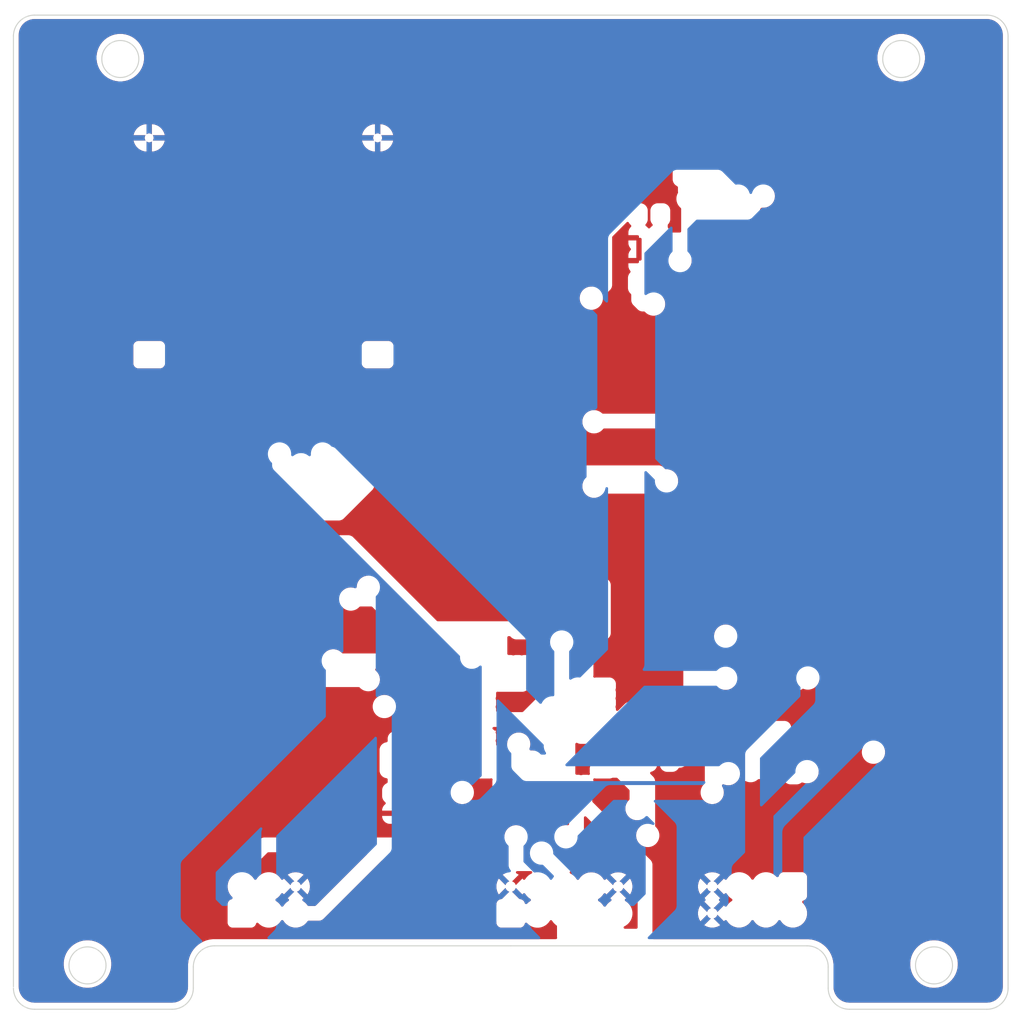
<source format=kicad_pcb>
(kicad_pcb (version 20241229) (generator "pcbnew") (generator_version "9.0")
  (layers (0 "F.Cu" signal) (2 "B.Cu" signal) (13 "F.Paste" user) (15 "B.Paste" user) (5 "F.SilkS" user "F.Silkscreen") (7 "B.SilkS" user "B.Silkscreen") (1 "F.Mask" user) (3 "B.Mask" user) (25 "Edge.Cuts" user))
  (net 0 "")
  (net 1 "GND")
  (gr_arc (start 144 125.052) (mid 143.414214 126.466214) (end 142 127.052) (stroke (width 0.1)) (layer "Edge.Cuts"))
  (gr_arc (start 129 127.052) (mid 127.585786 126.466214) (end 127 125.052) (stroke (width 0.1)) (layer "Edge.Cuts"))
  (gr_arc (start 219 33.052) (mid 220.414214 33.637786) (end 221 35.052) (stroke (width 0.1)) (layer "Edge.Cuts"))
  (gr_line (start 144 123.052) (end 144 125.052) (stroke (width 0.1)) (layer "Edge.Cuts"))
  (gr_line (start 204 123.052) (end 204 125.052) (stroke (width 0.1)) (layer "Edge.Cuts"))
  (gr_arc (start 127 35.052) (mid 127.585786 33.637786) (end 129 33.052) (stroke (width 0.1)) (layer "Edge.Cuts"))
  (gr_circle (center 210.9 37.202) (end 212.65 37.202) (stroke (width 0.1)) (fill no) (layer "Edge.Cuts"))
  (gr_line (start 174 121.052) (end 202 121.052) (stroke (width 0.1)) (layer "Edge.Cuts"))
  (gr_line (start 206 127.052) (end 219 127.052) (stroke (width 0.1)) (layer "Edge.Cuts"))
  (gr_line (start 219 33.052) (end 129 33.052) (stroke (width 0.1)) (layer "Edge.Cuts"))
  (gr_circle (center 214 122.902) (end 215.75 122.902) (stroke (width 0.1)) (fill no) (layer "Edge.Cuts"))
  (gr_circle (center 137.1 37.202) (end 138.85 37.202) (stroke (width 0.1)) (fill no) (layer "Edge.Cuts"))
  (gr_line (start 174 121.052) (end 146 121.052) (stroke (width 0.1)) (layer "Edge.Cuts"))
  (gr_line (start 129 127.052) (end 142 127.052) (stroke (width 0.1)) (layer "Edge.Cuts"))
  (gr_line (start 127 34.925) (end 127 124.925) (stroke (width 0.1)) (layer "Edge.Cuts"))
  (gr_arc (start 206 127.052) (mid 204.585786 126.466214) (end 204 125.052) (stroke (width 0.1)) (layer "Edge.Cuts"))
  (gr_circle (center 134 122.902) (end 135.75 122.902) (stroke (width 0.1)) (fill no) (layer "Edge.Cuts"))
  (gr_arc (start 144 123.052) (mid 144.585786 121.637786) (end 146 121.052) (stroke (width 0.1)) (layer "Edge.Cuts"))
  (gr_arc (start 202 121.052) (mid 203.414214 121.637786) (end 204 123.052) (stroke (width 0.1)) (layer "Edge.Cuts"))
  (gr_arc (start 221 125.052) (mid 220.414214 126.466214) (end 219 127.052) (stroke (width 0.1)) (layer "Edge.Cuts"))
  (gr_line (start 221 125.052) (end 221 35.052) (stroke (width 0.1)) (layer "Edge.Cuts"))
  (zone (net 1) (net_name "GND") (layers "F.Cu" "B.Cu") (connect_pads (clearance 0.5)) (min_thickness 0.25) (fill yes (thermal_gap 0.5) (thermal_bridge_width 0.5) (island_removal_mode 2) (island_area_min 10))
    (polygon (pts (xy 125.73 34.163) (xy 128.27 31.623) (xy 219.71 31.623) (xy 222.25 34.163) (xy 222.504 124.841) (xy 219.964 128.143) (xy 203.2 128.143) (xy 203.2 121.92) (xy 144.78 121.92) (xy 144.78 128.143) (xy 128.016 128.143) (xy 125.984 125.603)))
  )
)
</source>
